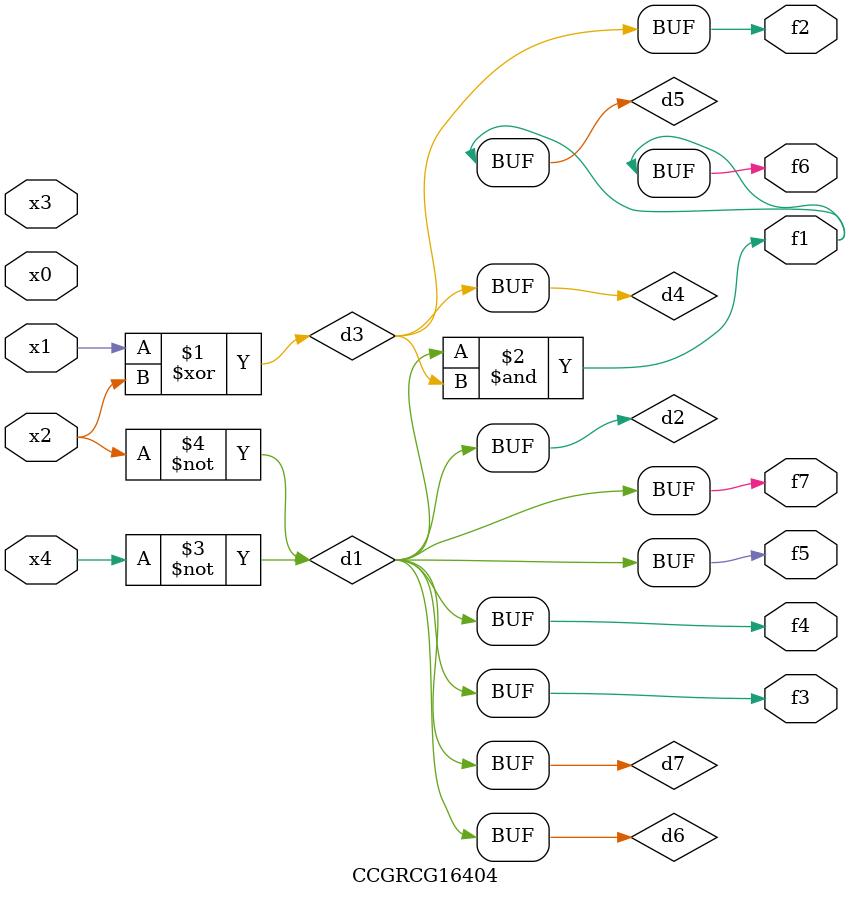
<source format=v>
module CCGRCG16404(
	input x0, x1, x2, x3, x4,
	output f1, f2, f3, f4, f5, f6, f7
);

	wire d1, d2, d3, d4, d5, d6, d7;

	not (d1, x4);
	not (d2, x2);
	xor (d3, x1, x2);
	buf (d4, d3);
	and (d5, d1, d3);
	buf (d6, d1, d2);
	buf (d7, d2);
	assign f1 = d5;
	assign f2 = d4;
	assign f3 = d7;
	assign f4 = d7;
	assign f5 = d7;
	assign f6 = d5;
	assign f7 = d7;
endmodule

</source>
